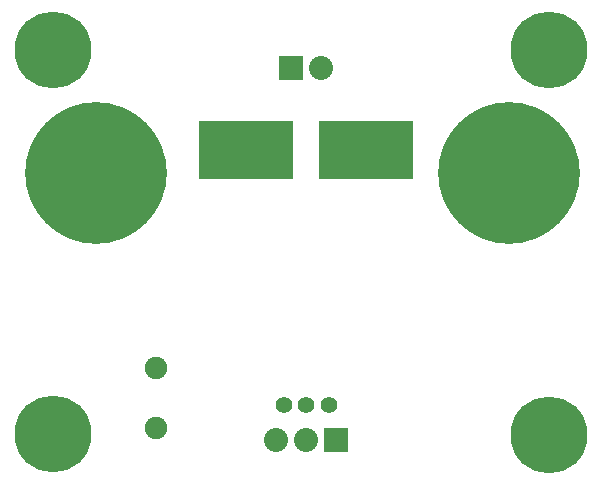
<source format=gbs>
G04 (created by PCBNEW (2013-07-07 BZR 4022)-stable) date 12/08/2014 12:32:08*
%MOIN*%
G04 Gerber Fmt 3.4, Leading zero omitted, Abs format*
%FSLAX34Y34*%
G01*
G70*
G90*
G04 APERTURE LIST*
%ADD10C,0.00590551*%
%ADD11R,0.315X0.1969*%
%ADD12C,0.0551181*%
%ADD13R,0.08X0.08*%
%ADD14C,0.08*%
%ADD15C,0.075*%
%ADD16C,0.2559*%
%ADD17C,0.472441*%
G04 APERTURE END LIST*
G54D10*
G54D11*
X23000Y-14250D03*
X27000Y-14250D03*
G54D12*
X24250Y-22750D03*
X25000Y-22750D03*
X25750Y-22750D03*
G54D13*
X26000Y-23900D03*
G54D14*
X25000Y-23900D03*
X24000Y-23900D03*
G54D13*
X24500Y-11500D03*
G54D14*
X25500Y-11500D03*
G54D15*
X20000Y-23500D03*
X20000Y-21500D03*
G54D16*
X16550Y-10900D03*
X33100Y-10900D03*
X16550Y-23700D03*
X33100Y-23750D03*
G54D17*
X31750Y-15000D03*
X18000Y-15000D03*
M02*

</source>
